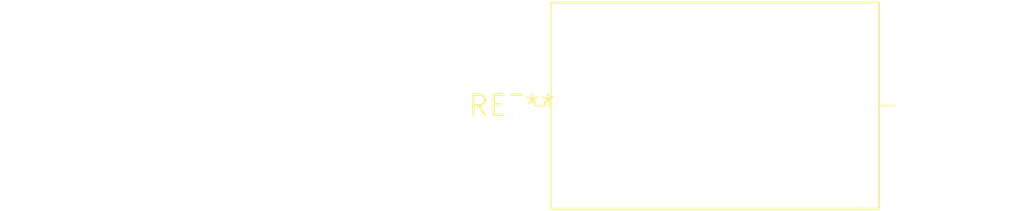
<source format=kicad_pcb>
(kicad_pcb (version 20240108) (generator pcbnew)
  (layers (0 "F.Cu" signal) (31 "B.Cu" signal) (34 "B.Paste" user) (35 "F.Paste" user) (36 "B.SilkS" user "B.Silkscreen") (37 "F.SilkS" user "F.Silkscreen") (38 "B.Mask" user) (39 "F.Mask" user) (44 "Edge.Cuts" user))
  (net 0 "")
  (footprint "L_Axial_L20.3mm_D12.7mm_P25.40mm_Horizontal_Vishay_IHA-201" (layer "F.Cu") (at 0 0)
    (property "Reference" "REF**")
    (property "Value" "L_Axial_L20.3mm_D12.7mm_P25.40mm_Horizontal_Vishay_IHA-201")
    (fp_line (start 1.44 0) (end 2.42 0) (layer "F.SilkS") (stroke (width 0.12)))
    (fp_line (start 2.42 -6.47) (end 2.42 6.47) (layer "F.SilkS") (stroke (width 0.12)))
    (fp_line (start 2.42 6.47) (end 22.98 6.47) (layer "F.SilkS") (stroke (width 0.12)))
    (fp_line (start 22.98 -6.47) (end 2.42 -6.47) (layer "F.SilkS") (stroke (width 0.12)))
    (fp_line (start 22.98 6.47) (end 22.98 -6.47) (layer "F.SilkS") (stroke (width 0.12)))
    (fp_line (start 23.96 0) (end 22.98 0) (layer "F.SilkS") (stroke (width 0.12)))
    (pad "1" thru_hole circle (at 0 0) (size 2.4 2.4) (drill 1.2) (layers *.Cu *.Mask) (remove_unused_layers))
    (pad "2" thru_hole oval (at 25.4 0) (size 2.4 2.4) (drill 1.2) (layers *.Cu *.Mask) (remove_unused_layers))
  )
)
</source>
